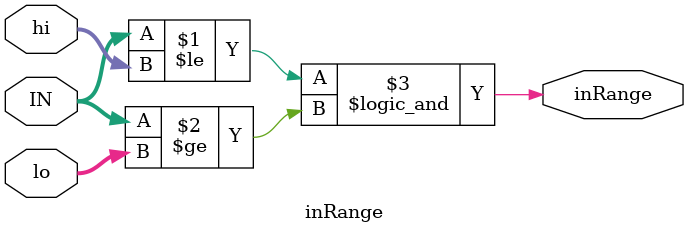
<source format=sv>
module register #(parameter w = 8) (
  input logic          clk,
  input logic          rst_L,
  input logic [w-1:0]  D,
  input logic          en,
  output logic [w-1:0] Q);

  logic [w-1:0] value;

  assign Q = value;
  
  always @(posedge clk, negedge rst_L) begin
    if(~rst_L) begin
      value <= 0;
    end
    else if(en) begin
      value <= D;
    end
    else begin
      value <= value;
    end
  end

endmodule

module register_clr #(parameter w = 8) (
  input logic          clk,
  input logic          rst_L,
  input logic          clr,
  input logic [w-1:0]  D,
  input logic          en,
  output logic [w-1:0] Q);

  logic [w-1:0] value;

  assign Q = value;
  
  always @(posedge clk, negedge rst_L) begin
    if(~rst_L) begin
      value <= 0;
    end
    else if(clr) begin
      value <= 0;
    end
    else if(en) begin
      value <= D;
    end
    else begin
      value <= value;
    end
  end

endmodule

module register_def #(parameter w = 8) (
  input   logic         clk,
  input   logic         rst_L,
  input   logic [w-1:0] D,
  input   logic         en,
  input   logic [w-1:0] def,
  output  logic [w-1:0] Q
);

  logic [w-1:0] value;

  assign Q = value;

  always @(posedge clk, negedge rst_L) begin
    if(~rst_L) begin
      value <= def;
    end

    else if(en) begin
      value <= D;
    end

    else begin
      value <= value;
    end

  end

endmodule

module counter #(parameter W = 8) (
  input  logic         clk, rst_L,
  input  logic         clear, en,
  output logic [W-1:0] count);

  logic [W-1:0] countIn, countOut;

  assign countIn = (clear) ? 0 : countOut + 1;
  assign count = countOut;

  register #(W) countReg(
    .clk(clk),
    .rst_L(rst_L),
    .D(countIn),
    .en(en),
    .Q(countOut)
  );

endmodule

// A memory with 2 ports:
// 1 port clocked at 4MHz to interface with z80:
//   -- 1 Write Port
//   -- 1 Read Port
// 1 read-only port clocked at 100MHz to interface with VGA:
//   -- NUMREAD Read Ports (Combinational)
//
module mem #(parameter DATA = 8, ADDR = 16)(
  input  logic 	          clka, clkb,
  input  logic [DATA-1:0] dina,
  input  logic [DATA-1:0] dinb,
  input  logic [ADDR-1:0] addra,
  input  logic [ADDR-1:0] addrb,
  input  logic            wea, web,      
  output logic [DATA-1:0] douta,
  output logic [DATA-1:0] doutb);

  logic [DATA-1:0] memory [2**ADDR-1:0];
  
  always @(posedge clka) begin
    if (wea) begin
      memory[addra] <= dina;
      douta <= dina;
    end
    else douta <= memory[addra];
  end 

  always @(posedge clkb) begin
    doutb <= memory[addrb];
  end
    
endmodule

module comparator #(parameter w = 8) (
  input  logic [w-1:0] A, B,
  output logic         AgtB, AltB, AeqB
);

  assign AgtB = (A > B);
  assign AltB = (A < B);
  assign AeqB = (A == B);

endmodule

module inRange #(parameter w = 8) (
  input  logic [w-1:0] IN, hi, lo,
  output logic         inRange
);

  assign inRange = (IN <= hi) && (IN >= lo);

endmodule

</source>
